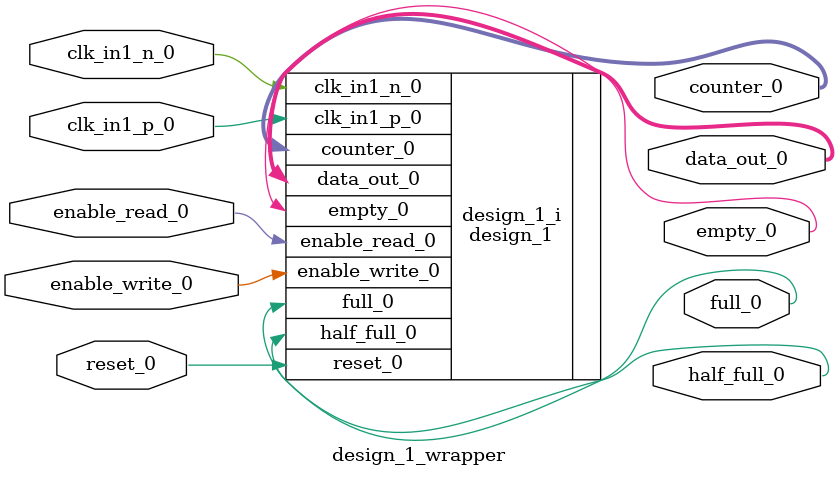
<source format=v>
`timescale 1 ps / 1 ps

module design_1_wrapper
   (clk_in1_n_0,
    clk_in1_p_0,
    counter_0,
    data_out_0,
    empty_0,
    enable_read_0,
    enable_write_0,
    full_0,
    half_full_0,
    reset_0);
  input clk_in1_n_0;
  input clk_in1_p_0;
  output [2:0]counter_0;
  output [1:0]data_out_0;
  output empty_0;
  input enable_read_0;
  input enable_write_0;
  output full_0;
  output half_full_0;
  input reset_0;

  wire clk_in1_n_0;
  wire clk_in1_p_0;
  wire [2:0]counter_0;
  wire [1:0]data_out_0;
  wire empty_0;
  wire enable_read_0;
  wire enable_write_0;
  wire full_0;
  wire half_full_0;
  wire reset_0;

  design_1 design_1_i
       (.clk_in1_n_0(clk_in1_n_0),
        .clk_in1_p_0(clk_in1_p_0),
        .counter_0(counter_0),
        .data_out_0(data_out_0),
        .empty_0(empty_0),
        .enable_read_0(enable_read_0),
        .enable_write_0(enable_write_0),
        .full_0(full_0),
        .half_full_0(half_full_0),
        .reset_0(reset_0));
endmodule

</source>
